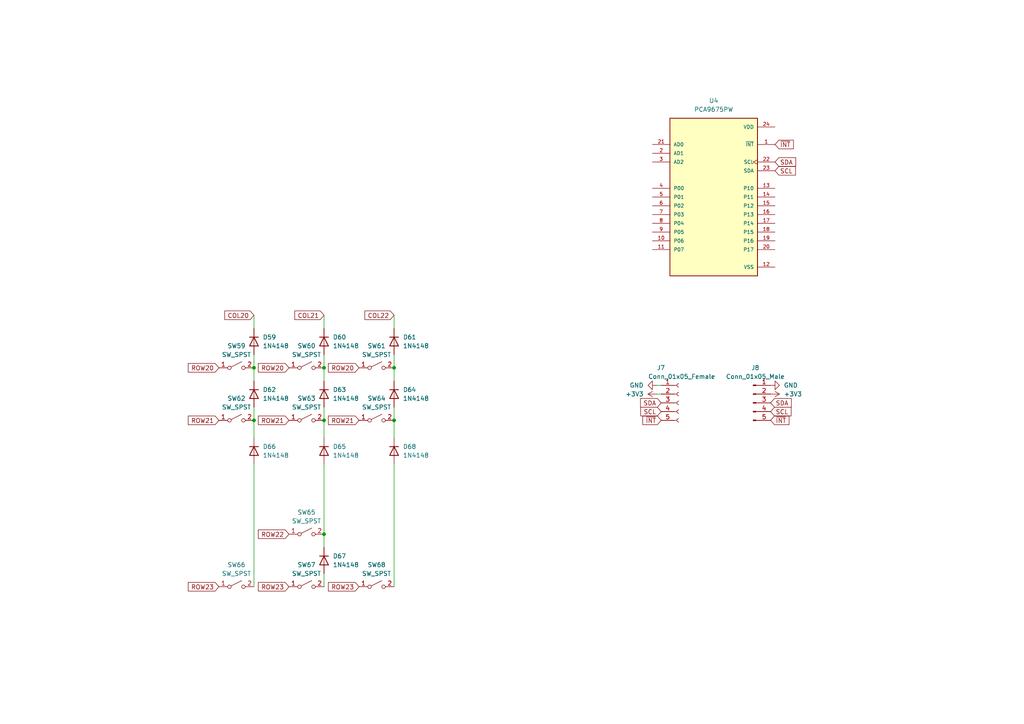
<source format=kicad_sch>
(kicad_sch (version 20211123) (generator eeschema)
  (paper "A4")
  (title_block (title "Denali - Arrow Keys and Macro Pad") (date "2022-06-15") (rev "0.1") (company "OSHMount Tech"))
  (lib_symbols
    (symbol "Connector:Conn_01x05_Female" (pin_names (offset 1.016) hide)
      (property "Reference" "J" (at 0 7.62 0))
      (property "Value" "Conn_01x05_Female" (at 0 -7.62 0))
      (symbol "Conn_01x05_Female_1_1"
        (arc (start 0 -4.572) (mid -0.508 -5.08) (end 0 -5.588) (stroke (width 0.1524)))
        (arc (start 0 -2.032) (mid -0.508 -2.54) (end 0 -3.048) (stroke (width 0.1524)))
        (polyline (pts (xy -1.27 -5.08) (xy -0.508 -5.08)) (stroke (width 0.1524)))
        (polyline (pts (xy -1.27 -2.54) (xy -0.508 -2.54)) (stroke (width 0.1524)))
        (polyline (pts (xy -1.27 0) (xy -0.508 0)) (stroke (width 0.1524)))
        (polyline (pts (xy -1.27 2.54) (xy -0.508 2.54)) (stroke (width 0.1524)))
        (polyline (pts (xy -1.27 5.08) (xy -0.508 5.08)) (stroke (width 0.1524)))
        (arc (start 0 0.508) (mid -0.508 0) (end 0 -0.508) (stroke (width 0.1524)))
        (arc (start 0 3.048) (mid -0.508 2.54) (end 0 2.032) (stroke (width 0.1524)))
        (arc (start 0 5.588) (mid -0.508 5.08) (end 0 4.572) (stroke (width 0.1524)))
        (pin passive line (at -5.08 5.08 0) (length 3.81) (name "Pin_1") (number "1"))
        (pin passive line (at -5.08 2.54 0) (length 3.81) (name "Pin_2") (number "2"))
        (pin passive line (at -5.08 0 0) (length 3.81) (name "Pin_3") (number "3"))
        (pin passive line (at -5.08 -2.54 0) (length 3.81) (name "Pin_4") (number "4"))
        (pin passive line (at -5.08 -5.08 0) (length 3.81) (name "Pin_5") (number "5"))
      )
    )
    (symbol "Connector:Conn_01x05_Male" (pin_names (offset 1.016) hide)
      (property "Reference" "J" (at 0 7.62 0))
      (property "Value" "Conn_01x05_Male" (at 0 -7.62 0))
      (symbol "Conn_01x05_Male_1_1"
        (polyline (pts (xy 1.27 -5.08) (xy 0.8636 -5.08)) (stroke (width 0.1524)))
        (polyline (pts (xy 1.27 -2.54) (xy 0.8636 -2.54)) (stroke (width 0.1524)))
        (polyline (pts (xy 1.27 0) (xy 0.8636 0)) (stroke (width 0.1524)))
        (polyline (pts (xy 1.27 2.54) (xy 0.8636 2.54)) (stroke (width 0.1524)))
        (polyline (pts (xy 1.27 5.08) (xy 0.8636 5.08)) (stroke (width 0.1524)))
        (rectangle (start 0.8636 -4.953) (end 0 -5.207) (stroke (width 0.1524)) (fill (type outline)))
        (rectangle (start 0.8636 -2.413) (end 0 -2.667) (stroke (width 0.1524)) (fill (type outline)))
        (rectangle (start 0.8636 0.127) (end 0 -0.127) (stroke (width 0.1524)) (fill (type outline)))
        (rectangle (start 0.8636 2.667) (end 0 2.413) (stroke (width 0.1524)) (fill (type outline)))
        (rectangle (start 0.8636 5.207) (end 0 4.953) (stroke (width 0.1524)) (fill (type outline)))
        (pin passive line (at 5.08 5.08 180) (length 3.81) (name "Pin_1") (number "1"))
        (pin passive line (at 5.08 2.54 180) (length 3.81) (name "Pin_2") (number "2"))
        (pin passive line (at 5.08 0 180) (length 3.81) (name "Pin_3") (number "3"))
        (pin passive line (at 5.08 -2.54 180) (length 3.81) (name "Pin_4") (number "4"))
        (pin passive line (at 5.08 -5.08 180) (length 3.81) (name "Pin_5") (number "5"))
      )
    )
    (symbol "Diode:1N4148W" (pin_numbers hide) (pin_names (offset 1.016) hide)
      (property "Reference" "D" (at 0 2.54 0))
      (property "Value" "1N4148W" (at 0 -2.54 0))
      (symbol "1N4148W_0_1"
        (polyline (pts (xy -1.27 1.27) (xy -1.27 -1.27)) (stroke (width 0.254)))
        (polyline (pts (xy 1.27 0) (xy -1.27 0)))
        (polyline (pts (xy 1.27 1.27) (xy 1.27 -1.27) (xy -1.27 0) (xy 1.27 1.27)) (stroke (width 0.254)))
      )
      (symbol "1N4148W_1_1"
        (pin passive line (at -3.81 0 0) (length 2.54) (name "K") (number "1"))
        (pin passive line (at 3.81 0 180) (length 2.54) (name "A") (number "2"))
      )
    )
    (symbol "Kailh:SW_SPST" (pin_names (offset 0) hide)
      (property "Reference" "SW" (at 0 3.175 0))
      (property "Value" "SW_SPST" (at 0 -2.54 0))
      (symbol "SW_SPST_0_0"
        (circle (center -2.032 0) (radius 0.508))
        (polyline (pts (xy -1.524 0.254) (xy 1.524 1.778)))
        (circle (center 2.032 0) (radius 0.508))
      )
      (symbol "SW_SPST_1_1"
        (pin passive line (at -5.08 0 0) (length 2.54) (name "A") (number "1"))
        (pin passive line (at 5.08 0 180) (length 2.54) (name "B") (number "2"))
      )
    )
    (symbol "PCA9675PW_118:PCA9675PW" (pin_names (offset 1.016))
      (property "Reference" "U" (at -12.7 23.622 0))
      (property "Value" "PCA9675PW" (at -12.7 -25.4 0))
      (symbol "PCA9675PW_0_0"
        (rectangle (start -12.7 -22.86) (end 12.7 22.86) (stroke (width 0.254)) (fill (type background)))
        (pin output line (at 17.78 15.24 180) (length 5.08) (name "~{INT}") (number "1"))
        (pin bidirectional line (at -17.78 -12.7 0) (length 5.08) (name "P06") (number "10"))
        (pin bidirectional line (at -17.78 -15.24 0) (length 5.08) (name "P07") (number "11"))
        (pin power_in line (at 17.78 -20.32 180) (length 5.08) (name "VSS") (number "12"))
        (pin bidirectional line (at 17.78 2.54 180) (length 5.08) (name "P10") (number "13"))
        (pin bidirectional line (at 17.78 0 180) (length 5.08) (name "P11") (number "14"))
        (pin bidirectional line (at 17.78 -2.54 180) (length 5.08) (name "P12") (number "15"))
        (pin bidirectional line (at 17.78 -5.08 180) (length 5.08) (name "P13") (number "16"))
        (pin bidirectional line (at 17.78 -7.62 180) (length 5.08) (name "P14") (number "17"))
        (pin bidirectional line (at 17.78 -10.16 180) (length 5.08) (name "P15") (number "18"))
        (pin bidirectional line (at 17.78 -12.7 180) (length 5.08) (name "P16") (number "19"))
        (pin input line (at -17.78 12.7 0) (length 5.08) (name "AD1") (number "2"))
        (pin bidirectional line (at 17.78 -15.24 180) (length 5.08) (name "P17") (number "20"))
        (pin input line (at -17.78 15.24 0) (length 5.08) (name "AD0") (number "21"))
        (pin input clock (at 17.78 10.16 180) (length 5.08) (name "SCL") (number "22"))
        (pin bidirectional line (at 17.78 7.62 180) (length 5.08) (name "SDA") (number "23"))
        (pin power_in line (at 17.78 20.32 180) (length 5.08) (name "VDD") (number "24"))
        (pin input line (at -17.78 10.16 0) (length 5.08) (name "AD2") (number "3"))
        (pin bidirectional line (at -17.78 2.54 0) (length 5.08) (name "P00") (number "4"))
        (pin bidirectional line (at -17.78 0 0) (length 5.08) (name "P01") (number "5"))
        (pin bidirectional line (at -17.78 -2.54 0) (length 5.08) (name "P02") (number "6"))
        (pin bidirectional line (at -17.78 -5.08 0) (length 5.08) (name "P03") (number "7"))
        (pin bidirectional line (at -17.78 -7.62 0) (length 5.08) (name "P04") (number "8"))
        (pin bidirectional line (at -17.78 -10.16 0) (length 5.08) (name "P05") (number "9"))
      )
    )
    (symbol "SW_SPST_10" (pin_names (offset 0) hide)
      (property "Reference" "SW" (at 0 3.175 0))
      (property "Value" "SW_SPST_10" (at 0 -2.54 0))
      (symbol "SW_SPST_10_0_0"
        (circle (center -2.032 0) (radius 0.508))
        (polyline (pts (xy -1.524 0.254) (xy 1.524 1.778)))
        (circle (center 2.032 0) (radius 0.508))
      )
      (symbol "SW_SPST_10_1_1"
        (pin passive line (at -5.08 0 0) (length 2.54) (name "A") (number "1"))
        (pin passive line (at 5.08 0 180) (length 2.54) (name "B") (number "2"))
      )
    )
    (symbol "SW_SPST_18" (pin_names (offset 0) hide)
      (property "Reference" "SW" (at 0 3.175 0))
      (property "Value" "SW_SPST_18" (at 0 -2.54 0))
      (symbol "SW_SPST_18_0_0"
        (circle (center -2.032 0) (radius 0.508))
        (polyline (pts (xy -1.524 0.254) (xy 1.524 1.778)))
        (circle (center 2.032 0) (radius 0.508))
      )
      (symbol "SW_SPST_18_1_1"
        (pin passive line (at -5.08 0 0) (length 2.54) (name "A") (number "1"))
        (pin passive line (at 5.08 0 180) (length 2.54) (name "B") (number "2"))
      )
    )
    (symbol "SW_SPST_19" (pin_names (offset 0) hide)
      (property "Reference" "SW" (at 0 3.175 0))
      (property "Value" "SW_SPST_19" (at 0 -2.54 0))
      (symbol "SW_SPST_19_0_0"
        (circle (center -2.032 0) (radius 0.508))
        (polyline (pts (xy -1.524 0.254) (xy 1.524 1.778)))
        (circle (center 2.032 0) (radius 0.508))
      )
      (symbol "SW_SPST_19_1_1"
        (pin passive line (at -5.08 0 0) (length 2.54) (name "A") (number "1"))
        (pin passive line (at 5.08 0 180) (length 2.54) (name "B") (number "2"))
      )
    )
    (symbol "SW_SPST_20" (pin_names (offset 0) hide)
      (property "Reference" "SW" (at 0 3.175 0))
      (property "Value" "SW_SPST_20" (at 0 -2.54 0))
      (symbol "SW_SPST_20_0_0"
        (circle (center -2.032 0) (radius 0.508))
        (polyline (pts (xy -1.524 0.254) (xy 1.524 1.778)))
        (circle (center 2.032 0) (radius 0.508))
      )
      (symbol "SW_SPST_20_1_1"
        (pin passive line (at -5.08 0 0) (length 2.54) (name "A") (number "1"))
        (pin passive line (at 5.08 0 180) (length 2.54) (name "B") (number "2"))
      )
    )
    (symbol "SW_SPST_22" (pin_names (offset 0) hide)
      (property "Reference" "SW" (at 0 3.175 0))
      (property "Value" "SW_SPST_22" (at 0 -2.54 0))
      (symbol "SW_SPST_22_0_0"
        (circle (center -2.032 0) (radius 0.508))
        (polyline (pts (xy -1.524 0.254) (xy 1.524 1.778)))
        (circle (center 2.032 0) (radius 0.508))
      )
      (symbol "SW_SPST_22_1_1"
        (pin passive line (at -5.08 0 0) (length 2.54) (name "A") (number "1"))
        (pin passive line (at 5.08 0 180) (length 2.54) (name "B") (number "2"))
      )
    )
    (symbol "SW_SPST_27" (pin_names (offset 0) hide)
      (property "Reference" "SW" (at 0 3.175 0))
      (property "Value" "SW_SPST_27" (at 0 -2.54 0))
      (symbol "SW_SPST_27_0_0"
        (circle (center -2.032 0) (radius 0.508))
        (polyline (pts (xy -1.524 0.254) (xy 1.524 1.778)))
        (circle (center 2.032 0) (radius 0.508))
      )
      (symbol "SW_SPST_27_1_1"
        (pin passive line (at -5.08 0 0) (length 2.54) (name "A") (number "1"))
        (pin passive line (at 5.08 0 180) (length 2.54) (name "B") (number "2"))
      )
    )
    (symbol "SW_SPST_28" (pin_names (offset 0) hide)
      (property "Reference" "SW" (at 0 3.175 0))
      (property "Value" "SW_SPST_28" (at 0 -2.54 0))
      (symbol "SW_SPST_28_0_0"
        (circle (center -2.032 0) (radius 0.508))
        (polyline (pts (xy -1.524 0.254) (xy 1.524 1.778)))
        (circle (center 2.032 0) (radius 0.508))
      )
      (symbol "SW_SPST_28_1_1"
        (pin passive line (at -5.08 0 0) (length 2.54) (name "A") (number "1"))
        (pin passive line (at 5.08 0 180) (length 2.54) (name "B") (number "2"))
      )
    )
    (symbol "SW_SPST_8" (pin_names (offset 0) hide)
      (property "Reference" "SW" (at 0 3.175 0))
      (property "Value" "SW_SPST_8" (at 0 -2.54 0))
      (symbol "SW_SPST_8_0_0"
        (circle (center -2.032 0) (radius 0.508))
        (polyline (pts (xy -1.524 0.254) (xy 1.524 1.778)))
        (circle (center 2.032 0) (radius 0.508))
      )
      (symbol "SW_SPST_8_1_1"
        (pin passive line (at -5.08 0 0) (length 2.54) (name "A") (number "1"))
        (pin passive line (at 5.08 0 180) (length 2.54) (name "B") (number "2"))
      )
    )
    (symbol "SW_SPST_9" (pin_names (offset 0) hide)
      (property "Reference" "SW" (at 0 3.175 0))
      (property "Value" "SW_SPST_9" (at 0 -2.54 0))
      (symbol "SW_SPST_9_0_0"
        (circle (center -2.032 0) (radius 0.508))
        (polyline (pts (xy -1.524 0.254) (xy 1.524 1.778)))
        (circle (center 2.032 0) (radius 0.508))
      )
      (symbol "SW_SPST_9_1_1"
        (pin passive line (at -5.08 0 0) (length 2.54) (name "A") (number "1"))
        (pin passive line (at 5.08 0 180) (length 2.54) (name "B") (number "2"))
      )
    )
    (symbol "power:+3.3V" (power) (pin_names (offset 0))
      (property "Value" "+3.3V" (at 0 3.556 0))
      (symbol "+3.3V_0_1"
        (polyline (pts (xy -0.762 1.27) (xy 0 2.54)))
        (polyline (pts (xy 0 0) (xy 0 2.54)))
        (polyline (pts (xy 0 2.54) (xy 0.762 1.27)))
      )
      (symbol "+3.3V_1_1"
        (pin power_in line (at 0 0 90) (length 0) hide (name "+3V3") (number "1"))
      )
    )
    (symbol "power:GND" (power) (pin_names (offset 0))
      (property "Value" "GND" (at 0 -3.81 0))
      (symbol "GND_0_1"
        (polyline (pts (xy 0 0) (xy 0 -1.27) (xy 1.27 -1.27) (xy 0 -2.54) (xy -1.27 -1.27) (xy 0 -1.27)))
      )
      (symbol "GND_1_1"
        (pin power_in line (at 0 0 270) (length 0) hide (name "GND") (number "1"))
      )
    )
  )
  (junction (at 93.98 106.68))
  (junction (at 73.66 106.68))
  (junction (at 93.98 121.92))
  (junction (at 93.98 154.94))
  (junction (at 73.66 121.92))
  (junction (at 114.3 121.92))
  (junction (at 114.3 106.68))
  (wire (pts (xy 114.3 118.11) (xy 114.3 121.92)))
  (wire (pts (xy 114.3 106.68) (xy 114.3 110.49)))
  (wire (pts (xy 114.3 91.44) (xy 114.3 95.25)))
  (wire (pts (xy 93.98 106.68) (xy 93.98 110.49)))
  (wire (pts (xy 191.77 111.76) (xy 190.5 111.76)))
  (wire (pts (xy 93.98 118.11) (xy 93.98 121.92)))
  (wire (pts (xy 114.3 134.62) (xy 114.3 170.18)))
  (wire (pts (xy 93.98 134.62) (xy 93.98 154.94)))
  (wire (pts (xy 191.77 114.3) (xy 190.5 114.3)))
  (wire (pts (xy 73.66 134.62) (xy 73.66 170.18)))
  (wire (pts (xy 73.66 118.11) (xy 73.66 121.92)))
  (wire (pts (xy 73.66 121.92) (xy 73.66 127)))
  (wire (pts (xy 73.66 91.44) (xy 73.66 95.25)))
  (wire (pts (xy 114.3 121.92) (xy 114.3 127)))
  (wire (pts (xy 93.98 154.94) (xy 93.98 158.75)))
  (wire (pts (xy 93.98 166.37) (xy 93.98 170.18)))
  (wire (pts (xy 93.98 102.87) (xy 93.98 106.68)))
  (wire (pts (xy 73.66 106.68) (xy 73.66 110.49)))
  (wire (pts (xy 114.3 102.87) (xy 114.3 106.68)))
  (wire (pts (xy 93.98 91.44) (xy 93.98 95.25)))
  (wire (pts (xy 73.66 102.87) (xy 73.66 106.68)))
  (wire (pts (xy 93.98 121.92) (xy 93.98 127)))
  (global_label "SCL" (shape input) (at 223.52 119.38 0) (property "Intersheet References" "${INTERSHEET_REFS}" (effects hide)))
  (global_label "ROW21" (shape input) (at 63.5 121.92 180) (property "Intersheet References" "${INTERSHEET_REFS}" (effects hide)))
  (global_label "ROW23" (shape input) (at 63.5 170.18 180) (property "Intersheet References" "${INTERSHEET_REFS}" (effects hide)))
  (global_label "ROW21" (shape input) (at 104.14 121.92 180) (property "Intersheet References" "${INTERSHEET_REFS}" (effects hide)))
  (global_label "COL22" (shape input) (at 114.3 91.44 180) (property "Intersheet References" "${INTERSHEET_REFS}" (effects hide)))
  (global_label "ROW20" (shape input) (at 63.5 106.68 180) (property "Intersheet References" "${INTERSHEET_REFS}" (effects hide)))
  (global_label "COL20" (shape input) (at 73.66 91.44 180) (property "Intersheet References" "${INTERSHEET_REFS}" (effects hide)))
  (global_label "ROW23" (shape input) (at 83.82 170.18 180) (property "Intersheet References" "${INTERSHEET_REFS}" (effects hide)))
  (global_label "ROW22" (shape input) (at 83.82 154.94 180) (property "Intersheet References" "${INTERSHEET_REFS}" (effects hide)))
  (global_label "~{INT}" (shape input) (at 191.77 121.92 180) (property "Intersheet References" "${INTERSHEET_REFS}" (effects hide)))
  (global_label "ROW21" (shape input) (at 83.82 121.92 180) (property "Intersheet References" "${INTERSHEET_REFS}" (effects hide)))
  (global_label "COL21" (shape input) (at 93.98 91.44 180) (property "Intersheet References" "${INTERSHEET_REFS}" (effects hide)))
  (global_label "SCL" (shape input) (at 191.77 119.38 180) (property "Intersheet References" "${INTERSHEET_REFS}" (effects hide)))
  (global_label "~{INT}" (shape input) (at 224.79 41.91 0) (property "Intersheet References" "${INTERSHEET_REFS}" (effects hide)))
  (global_label "ROW20" (shape input) (at 104.14 106.68 180) (property "Intersheet References" "${INTERSHEET_REFS}" (effects hide)))
  (global_label "~{INT}" (shape input) (at 223.52 121.92 0) (property "Intersheet References" "${INTERSHEET_REFS}" (effects hide)))
  (global_label "SCL" (shape input) (at 224.79 49.53 0) (property "Intersheet References" "${INTERSHEET_REFS}" (effects hide)))
  (global_label "SDA" (shape input) (at 191.77 116.84 180) (property "Intersheet References" "${INTERSHEET_REFS}" (effects hide)))
  (global_label "ROW20" (shape input) (at 83.82 106.68 180) (property "Intersheet References" "${INTERSHEET_REFS}" (effects hide)))
  (global_label "SDA" (shape input) (at 223.52 116.84 0) (property "Intersheet References" "${INTERSHEET_REFS}" (effects hide)))
  (global_label "ROW23" (shape input) (at 104.14 170.18 180) (property "Intersheet References" "${INTERSHEET_REFS}" (effects hide)))
  (global_label "SDA" (shape input) (at 224.79 46.99 0) (property "Intersheet References" "${INTERSHEET_REFS}" (effects hide)))
  (symbol (lib_name "SW_SPST_10") (lib_id "Kailh:SW_SPST") (at 88.9 154.94 0) (unit 1)
    (property "Reference" "SW65" (at 88.9 148.59 0))
    (property "Value" "SW_SPST" (at 88.9 151.13 0))
    (property "Footprint" "Kailh:Kailh_socket_MX" (effects hide))
    (property "Datasheet" "${OSHMOUNT_LIBRARY}/Kailh/Kailh_Polia_datasheet.pdf" (effects hide))
  )
  (symbol (lib_id "Diode:1N4148W") (at 93.98 162.56 270) (unit 1)
    (property "Reference" "D67" (at 96.52 161.2899 90) (effects (justify left)))
    (property "Value" "1N4148" (at 96.52 163.8299 90) (effects (justify left)))
    (property "Footprint" "Diode_SMD:D_SOD-123" (effects hide))
    (property "Datasheet" "https://www.vishay.com/docs/85748/1n4148w.pdf" (effects hide))
  )
  (symbol (lib_id "Diode:1N4148W") (at 93.98 99.06 270) (unit 1)
    (property "Reference" "D60" (at 96.52 97.7899 90) (effects (justify left)))
    (property "Value" "1N4148" (at 96.52 100.3299 90) (effects (justify left)))
    (property "Footprint" "Diode_SMD:D_SOD-123" (effects hide))
    (property "Datasheet" "https://www.vishay.com/docs/85748/1n4148w.pdf" (effects hide))
  )
  (symbol (lib_name "SW_SPST_8") (lib_id "Kailh:SW_SPST") (at 109.22 170.18 0) (unit 1)
    (property "Reference" "SW68" (at 109.22 163.83 0))
    (property "Value" "SW_SPST" (at 109.22 166.37 0))
    (property "Footprint" "Kailh:Kailh_socket_MX" (effects hide))
    (property "Datasheet" "${OSHMOUNT_LIBRARY}/Kailh/Kailh_Polia_datasheet.pdf" (effects hide))
  )
  (symbol (lib_name "SW_SPST_19") (lib_id "Kailh:SW_SPST") (at 88.9 170.18 0) (unit 1)
    (property "Reference" "SW67" (at 88.9 163.83 0))
    (property "Value" "SW_SPST" (at 88.9 166.37 0))
    (property "Footprint" "Kailh:Kailh_socket_MX" (effects hide))
    (property "Datasheet" "${OSHMOUNT_LIBRARY}/Kailh/Kailh_Polia_datasheet.pdf" (effects hide))
  )
  (symbol (lib_id "Diode:1N4148W") (at 114.3 99.06 270) (unit 1)
    (property "Reference" "D61" (at 116.84 97.7899 90) (effects (justify left)))
    (property "Value" "1N4148" (at 116.84 100.3299 90) (effects (justify left)))
    (property "Footprint" "Diode_SMD:D_SOD-123" (effects hide))
    (property "Datasheet" "https://www.vishay.com/docs/85748/1n4148w.pdf" (effects hide))
  )
  (symbol (lib_id "Connector:Conn_01x05_Male") (at 218.44 116.84 0) (unit 1)
    (property "Reference" "J8" (at 219.075 106.68 0))
    (property "Value" "Conn_01x05_Male" (at 219.075 109.22 0))
    (property "Footprint" "Connector_PinHeader_2.54mm:PinHeader_1x05_P2.54mm_Vertical" (effects hide))
  )
  (symbol (lib_name "SW_SPST_27") (lib_id "Kailh:SW_SPST") (at 109.22 106.68 0) (unit 1)
    (property "Reference" "SW61" (at 109.22 100.33 0))
    (property "Value" "SW_SPST" (at 109.22 102.87 0))
    (property "Footprint" "Kailh:Kailh_socket_MX" (effects hide))
    (property "Datasheet" "${OSHMOUNT_LIBRARY}/Kailh/Kailh_Polia_datasheet.pdf" (effects hide))
  )
  (symbol (lib_id "Diode:1N4148W") (at 93.98 130.81 270) (unit 1)
    (property "Reference" "D65" (at 96.52 129.5399 90) (effects (justify left)))
    (property "Value" "1N4148" (at 96.52 132.0799 90) (effects (justify left)))
    (property "Footprint" "Diode_SMD:D_SOD-123" (effects hide))
    (property "Datasheet" "https://www.vishay.com/docs/85748/1n4148w.pdf" (effects hide))
  )
  (symbol (lib_id "Diode:1N4148W") (at 114.3 114.3 270) (unit 1)
    (property "Reference" "D64" (at 116.84 113.0299 90) (effects (justify left)))
    (property "Value" "1N4148" (at 116.84 115.5699 90) (effects (justify left)))
    (property "Footprint" "Diode_SMD:D_SOD-123" (effects hide))
    (property "Datasheet" "https://www.vishay.com/docs/85748/1n4148w.pdf" (effects hide))
  )
  (symbol (lib_id "PCA9675PW_118:PCA9675PW") (at 207.01 57.15 0) (unit 1)
    (property "Reference" "U4" (at 207.01 29.21 0))
    (property "Value" "PCA9675PW" (at 207.01 31.75 0))
    (property "Footprint" "PCA9675PW:SOP65P640X110-24N" (effects hide))
    (property "Datasheet" "${OSHMOUNT_LIBRARY}/PCA9675PW/datasheet.pdf" (effects hide))
    (property "E1_NOM" "4.4" (effects hide))
    (property "STANDARD" "IPC 7351B" (effects hide))
    (property "B_NOM" "0.245" (effects hide))
    (property "A1_MIN" "0.05" (effects hide))
    (property "D_MAX" "7.9" (effects hide))
    (property "D_MIN" "7.7" (effects hide))
    (property "E_MIN" "6.2" (effects hide))
    (property "E1_MIN" "4.3" (effects hide))
    (property "MANUFACTURER" "NXP" (effects hide))
    (property "E1_MAX" "4.5" (effects hide))
    (property "B_MAX" "0.3" (effects hide))
    (property "A_NOM" "1.1" (effects hide))
    (property "PARTREV" "Rev. 2 — 3 October 2011" (effects hide))
    (property "A_MIN" "1.1" (effects hide))
    (property "B_MIN" "0.19" (effects hide))
    (property "PIN_COUNT" "24.0" (effects hide))
    (property "D_NOM" "7.8" (effects hide))
    (property "E_MAX" "6.6" (effects hide))
    (property "A_MAX" "1.1" (effects hide))
    (property "L_MIN" "0.5" (effects hide))
    (property "D2_MAX" "0.0" (effects hide))
    (property "E2_MAX" "0.0" (effects hide))
    (property "L_NOM" "0.625" (effects hide))
    (property "ENOM" "0.65" (effects hide))
    (property "E_NOM" "6.4" (effects hide))
    (property "L_MAX" "0.75" (effects hide))
  )
  (symbol (lib_name "SW_SPST_22") (lib_id "Kailh:SW_SPST") (at 68.58 106.68 0) (unit 1)
    (property "Reference" "SW59" (at 68.58 100.33 0))
    (property "Value" "SW_SPST" (at 68.58 102.87 0))
    (property "Footprint" "Kailh:Kailh_socket_MX" (effects hide))
    (property "Datasheet" "${OSHMOUNT_LIBRARY}/Kailh/Kailh_Polia_datasheet.pdf" (effects hide))
  )
  (symbol (lib_name "SW_SPST_20") (lib_id "Kailh:SW_SPST") (at 68.58 121.92 0) (unit 1)
    (property "Reference" "SW62" (at 68.58 115.57 0))
    (property "Value" "SW_SPST" (at 68.58 118.11 0))
    (property "Footprint" "Kailh:Kailh_socket_MX" (effects hide))
    (property "Datasheet" "${OSHMOUNT_LIBRARY}/Kailh/Kailh_Polia_datasheet.pdf" (effects hide))
  )
  (symbol (lib_name "SW_SPST_28") (lib_id "Kailh:SW_SPST") (at 109.22 121.92 0) (unit 1)
    (property "Reference" "SW64" (at 109.22 115.57 0))
    (property "Value" "SW_SPST" (at 109.22 118.11 0))
    (property "Footprint" "Kailh:Kailh_socket_MX" (effects hide))
    (property "Datasheet" "${OSHMOUNT_LIBRARY}/Kailh/Kailh_Polia_datasheet.pdf" (effects hide))
  )
  (symbol (lib_id "Connector:Conn_01x05_Female") (at 196.85 116.84 0) (unit 1)
    (property "Reference" "J7" (at 190.5 106.68 0) (effects (justify left)))
    (property "Value" "Conn_01x05_Female" (at 187.96 109.22 0) (effects (justify left)))
    (property "Footprint" "Connector_PinHeader_2.54mm:PinHeader_1x05_P2.54mm_Vertical" (effects hide))
  )
  (symbol (lib_id "Diode:1N4148W") (at 73.66 99.06 270) (unit 1)
    (property "Reference" "D59" (at 76.2 97.7899 90) (effects (justify left)))
    (property "Value" "1N4148" (at 76.2 100.3299 90) (effects (justify left)))
    (property "Footprint" "Diode_SMD:D_SOD-123" (effects hide))
    (property "Datasheet" "https://www.vishay.com/docs/85748/1n4148w.pdf" (effects hide))
  )
  (symbol (lib_id "Diode:1N4148W") (at 93.98 114.3 270) (unit 1)
    (property "Reference" "D63" (at 96.52 113.0299 90) (effects (justify left)))
    (property "Value" "1N4148" (at 96.52 115.5699 90) (effects (justify left)))
    (property "Footprint" "Diode_SMD:D_SOD-123" (effects hide))
    (property "Datasheet" "https://www.vishay.com/docs/85748/1n4148w.pdf" (effects hide))
  )
  (symbol (lib_id "power:GND") (at 190.5 111.76 270) (unit 1)
    (property "Reference" "#PWR0111" (effects hide))
    (property "Value" "GND" (at 186.69 111.7599 90) (effects (justify right)))
  )
  (symbol (lib_id "Kailh:SW_SPST") (at 88.9 106.68 0) (unit 1)
    (property "Reference" "SW60" (at 88.9 100.33 0))
    (property "Value" "SW_SPST" (at 88.9 102.87 0))
    (property "Footprint" "Kailh:Kailh_socket_MX" (effects hide))
    (property "Datasheet" "${OSHMOUNT_LIBRARY}/Kailh/Kailh_Polia_datasheet.pdf" (effects hide))
  )
  (symbol (lib_id "Diode:1N4148W") (at 114.3 130.81 270) (unit 1)
    (property "Reference" "D68" (at 116.84 129.5399 90) (effects (justify left)))
    (property "Value" "1N4148" (at 116.84 132.0799 90) (effects (justify left)))
    (property "Footprint" "Diode_SMD:D_SOD-123" (effects hide))
    (property "Datasheet" "https://www.vishay.com/docs/85748/1n4148w.pdf" (effects hide))
  )
  (symbol (lib_id "power:+3.3V") (at 190.5 114.3 90) (unit 1)
    (property "Reference" "#PWR0110" (effects hide))
    (property "Value" "+3.3V" (at 186.69 114.2999 90) (effects (justify left)))
  )
  (symbol (lib_id "power:+3.3V") (at 223.52 114.3 270) (mirror x) (unit 1)
    (property "Reference" "#PWR0112" (effects hide))
    (property "Value" "+3.3V" (at 227.33 114.2999 90) (effects (justify left)))
  )
  (symbol (lib_id "power:GND") (at 223.52 111.76 90) (mirror x) (unit 1)
    (property "Reference" "#PWR0113" (effects hide))
    (property "Value" "GND" (at 227.33 111.7599 90) (effects (justify right)))
  )
  (symbol (lib_id "Diode:1N4148W") (at 73.66 130.81 270) (unit 1)
    (property "Reference" "D66" (at 76.2 129.5399 90) (effects (justify left)))
    (property "Value" "1N4148" (at 76.2 132.0799 90) (effects (justify left)))
    (property "Footprint" "Diode_SMD:D_SOD-123" (effects hide))
    (property "Datasheet" "https://www.vishay.com/docs/85748/1n4148w.pdf" (effects hide))
  )
  (symbol (lib_name "SW_SPST_9") (lib_id "Kailh:SW_SPST") (at 68.58 170.18 0) (unit 1)
    (property "Reference" "SW66" (at 68.58 163.83 0))
    (property "Value" "SW_SPST" (at 68.58 166.37 0))
    (property "Footprint" "Kailh:Kailh_socket_MX" (effects hide))
    (property "Datasheet" "${OSHMOUNT_LIBRARY}/Kailh/Kailh_Polia_datasheet.pdf" (effects hide))
  )
  (symbol (lib_name "SW_SPST_18") (lib_id "Kailh:SW_SPST") (at 88.9 121.92 0) (unit 1)
    (property "Reference" "SW63" (at 88.9 115.57 0))
    (property "Value" "SW_SPST" (at 88.9 118.11 0))
    (property "Footprint" "Kailh:Kailh_socket_MX" (effects hide))
    (property "Datasheet" "${OSHMOUNT_LIBRARY}/Kailh/Kailh_Polia_datasheet.pdf" (effects hide))
  )
  (symbol (lib_id "Diode:1N4148W") (at 73.66 114.3 270) (unit 1)
    (property "Reference" "D62" (at 76.2 113.0299 90) (effects (justify left)))
    (property "Value" "1N4148" (at 76.2 115.5699 90) (effects (justify left)))
    (property "Footprint" "Diode_SMD:D_SOD-123" (effects hide))
    (property "Datasheet" "https://www.vishay.com/docs/85748/1n4148w.pdf" (effects hide))
  )
)
</source>
